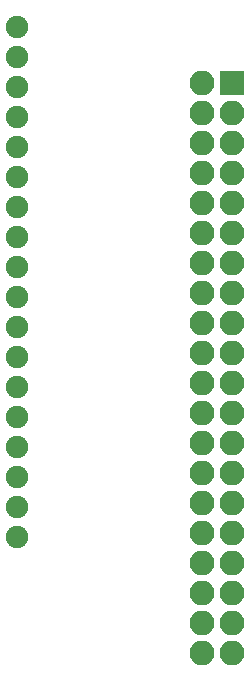
<source format=gbr>
G04 #@! TF.FileFunction,Soldermask,Top*
%FSLAX46Y46*%
G04 Gerber Fmt 4.6, Leading zero omitted, Abs format (unit mm)*
G04 Created by KiCad (PCBNEW 4.0.7-e1-6374~58~ubuntu14.04.1) date Fri Aug 25 00:07:31 2017*
%MOMM*%
%LPD*%
G01*
G04 APERTURE LIST*
%ADD10C,0.100000*%
%ADD11C,1.900000*%
%ADD12R,2.100000X2.100000*%
%ADD13O,2.100000X2.100000*%
G04 APERTURE END LIST*
D10*
D11*
X128000000Y-85990000D03*
X128000000Y-88530000D03*
X128000000Y-91070000D03*
X128000000Y-93610000D03*
X128000000Y-96150000D03*
X128000000Y-98690000D03*
X128000000Y-101230000D03*
X128000000Y-103770000D03*
X128000000Y-106310000D03*
X128000000Y-108850000D03*
X128000000Y-111390000D03*
X128000000Y-113930000D03*
X128000000Y-116470000D03*
X128000000Y-119010000D03*
X128000000Y-121550000D03*
X128000000Y-124090000D03*
X128000000Y-83450000D03*
X128000000Y-80910000D03*
D12*
X146200000Y-85650000D03*
D13*
X143660000Y-85650000D03*
X146200000Y-88190000D03*
X143660000Y-88190000D03*
X146200000Y-90730000D03*
X143660000Y-90730000D03*
X146200000Y-93270000D03*
X143660000Y-93270000D03*
X146200000Y-95810000D03*
X143660000Y-95810000D03*
X146200000Y-98350000D03*
X143660000Y-98350000D03*
X146200000Y-100890000D03*
X143660000Y-100890000D03*
X146200000Y-103430000D03*
X143660000Y-103430000D03*
X146200000Y-105970000D03*
X143660000Y-105970000D03*
X146200000Y-108510000D03*
X143660000Y-108510000D03*
X146200000Y-111050000D03*
X143660000Y-111050000D03*
X146200000Y-113590000D03*
X143660000Y-113590000D03*
X146200000Y-116130000D03*
X143660000Y-116130000D03*
X146200000Y-118670000D03*
X143660000Y-118670000D03*
X146200000Y-121210000D03*
X143660000Y-121210000D03*
X146200000Y-123750000D03*
X143660000Y-123750000D03*
X146200000Y-126290000D03*
X143660000Y-126290000D03*
X146200000Y-128830000D03*
X143660000Y-128830000D03*
X146200000Y-131370000D03*
X143660000Y-131370000D03*
X146200000Y-133910000D03*
X143660000Y-133910000D03*
M02*

</source>
